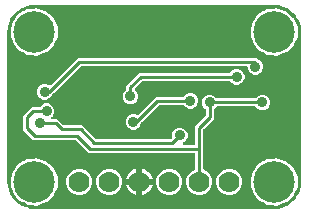
<source format=gbr>
G04 EAGLE Gerber RS-274X export*
G75*
%MOMM*%
%FSLAX34Y34*%
%LPD*%
%INBottom Copper*%
%IPPOS*%
%AMOC8*
5,1,8,0,0,1.08239X$1,22.5*%
G01*
%ADD10C,1.778000*%
%ADD11C,3.516000*%
%ADD12C,0.906400*%
%ADD13C,0.254000*%

G36*
X228622Y2543D02*
X228622Y2543D01*
X228700Y2545D01*
X232077Y2810D01*
X232145Y2824D01*
X232214Y2829D01*
X232370Y2869D01*
X238794Y4956D01*
X238901Y5006D01*
X239012Y5050D01*
X239063Y5083D01*
X239082Y5091D01*
X239097Y5104D01*
X239148Y5136D01*
X244612Y9107D01*
X244699Y9188D01*
X244746Y9227D01*
X244752Y9231D01*
X244753Y9233D01*
X244791Y9264D01*
X244829Y9310D01*
X244844Y9324D01*
X244855Y9341D01*
X244893Y9387D01*
X246586Y11717D01*
X246599Y11741D01*
X246616Y11761D01*
X246675Y11879D01*
X246739Y11996D01*
X246746Y12022D01*
X246758Y12046D01*
X246785Y12174D01*
X246799Y12185D01*
X246823Y12196D01*
X246925Y12281D01*
X247031Y12361D01*
X247048Y12382D01*
X247068Y12398D01*
X247171Y12522D01*
X248864Y14852D01*
X248921Y14956D01*
X248985Y15056D01*
X249007Y15113D01*
X249017Y15131D01*
X249022Y15151D01*
X249044Y15206D01*
X251131Y21630D01*
X251144Y21698D01*
X251167Y21764D01*
X251190Y21923D01*
X251455Y25300D01*
X251455Y25304D01*
X251456Y25307D01*
X251455Y25326D01*
X251459Y25400D01*
X251459Y152400D01*
X251457Y152422D01*
X251455Y152500D01*
X251190Y155877D01*
X251176Y155945D01*
X251171Y156014D01*
X251131Y156170D01*
X249044Y162594D01*
X248993Y162701D01*
X248950Y162812D01*
X248917Y162863D01*
X248909Y162882D01*
X248896Y162897D01*
X248864Y162948D01*
X247171Y165278D01*
X247153Y165297D01*
X247139Y165320D01*
X247044Y165413D01*
X246953Y165509D01*
X246931Y165524D01*
X246912Y165542D01*
X246798Y165608D01*
X246792Y165624D01*
X246789Y165651D01*
X246740Y165775D01*
X246697Y165900D01*
X246682Y165922D01*
X246672Y165947D01*
X246586Y166083D01*
X244893Y168413D01*
X244812Y168499D01*
X244736Y168591D01*
X244690Y168629D01*
X244676Y168644D01*
X244658Y168655D01*
X244612Y168693D01*
X239148Y172664D01*
X239044Y172721D01*
X238944Y172785D01*
X238887Y172807D01*
X238869Y172817D01*
X238849Y172822D01*
X238794Y172844D01*
X232370Y174931D01*
X232302Y174944D01*
X232236Y174967D01*
X232077Y174990D01*
X228700Y175255D01*
X228678Y175254D01*
X228600Y175259D01*
X25400Y175259D01*
X25378Y175257D01*
X25300Y175255D01*
X21923Y174990D01*
X21855Y174976D01*
X21786Y174971D01*
X21630Y174931D01*
X18892Y174041D01*
X18867Y174030D01*
X18841Y174024D01*
X18724Y173963D01*
X18604Y173906D01*
X18583Y173889D01*
X18560Y173877D01*
X18462Y173789D01*
X18445Y173788D01*
X18418Y173793D01*
X18286Y173785D01*
X18153Y173783D01*
X18128Y173775D01*
X18101Y173774D01*
X17945Y173734D01*
X15206Y172844D01*
X15099Y172794D01*
X14988Y172750D01*
X14937Y172717D01*
X14918Y172709D01*
X14903Y172696D01*
X14852Y172664D01*
X9388Y168693D01*
X9301Y168612D01*
X9209Y168536D01*
X9171Y168490D01*
X9156Y168476D01*
X9145Y168458D01*
X9107Y168412D01*
X5136Y162948D01*
X5079Y162844D01*
X5015Y162744D01*
X4993Y162687D01*
X4983Y162669D01*
X4978Y162649D01*
X4956Y162594D01*
X2869Y156170D01*
X2856Y156102D01*
X2833Y156036D01*
X2810Y155877D01*
X2545Y152500D01*
X2546Y152478D01*
X2541Y152400D01*
X2541Y25400D01*
X2543Y25378D01*
X2545Y25300D01*
X2810Y21923D01*
X2824Y21855D01*
X2829Y21786D01*
X2869Y21630D01*
X4956Y15206D01*
X5006Y15099D01*
X5050Y14988D01*
X5083Y14937D01*
X5091Y14918D01*
X5104Y14903D01*
X5136Y14852D01*
X9107Y9388D01*
X9127Y9366D01*
X9138Y9348D01*
X9184Y9305D01*
X9188Y9301D01*
X9264Y9209D01*
X9310Y9171D01*
X9324Y9156D01*
X9342Y9145D01*
X9388Y9107D01*
X14852Y5136D01*
X14956Y5079D01*
X15056Y5015D01*
X15113Y4993D01*
X15131Y4983D01*
X15151Y4978D01*
X15206Y4956D01*
X17945Y4066D01*
X17971Y4061D01*
X17996Y4051D01*
X18127Y4031D01*
X18257Y4006D01*
X18284Y4008D01*
X18310Y4004D01*
X18441Y4018D01*
X18455Y4008D01*
X18474Y3989D01*
X18585Y3917D01*
X18694Y3842D01*
X18719Y3832D01*
X18742Y3818D01*
X18892Y3759D01*
X21630Y2869D01*
X21698Y2856D01*
X21764Y2833D01*
X21923Y2810D01*
X25300Y2545D01*
X25322Y2546D01*
X25400Y2541D01*
X228600Y2541D01*
X228622Y2543D01*
G37*
%LPC*%
G36*
X162927Y14477D02*
X162927Y14477D01*
X158913Y16140D01*
X155840Y19213D01*
X154177Y23227D01*
X154177Y27573D01*
X155840Y31587D01*
X158913Y34660D01*
X161014Y35530D01*
X161039Y35545D01*
X161067Y35554D01*
X161177Y35623D01*
X161290Y35688D01*
X161311Y35708D01*
X161336Y35724D01*
X161425Y35819D01*
X161518Y35909D01*
X161534Y35934D01*
X161554Y35956D01*
X161617Y36069D01*
X161685Y36180D01*
X161693Y36208D01*
X161708Y36234D01*
X161740Y36360D01*
X161778Y36484D01*
X161780Y36513D01*
X161787Y36542D01*
X161797Y36703D01*
X161797Y48768D01*
X161782Y48886D01*
X161775Y49005D01*
X161762Y49043D01*
X161757Y49084D01*
X161714Y49194D01*
X161677Y49307D01*
X161655Y49342D01*
X161640Y49379D01*
X161571Y49475D01*
X161507Y49576D01*
X161477Y49604D01*
X161454Y49637D01*
X161362Y49713D01*
X161275Y49794D01*
X161240Y49814D01*
X161209Y49839D01*
X161101Y49890D01*
X160997Y49948D01*
X160957Y49958D01*
X160921Y49975D01*
X160804Y49997D01*
X160689Y50027D01*
X160629Y50031D01*
X160609Y50035D01*
X160588Y50033D01*
X160528Y50037D01*
X71373Y50037D01*
X60823Y60588D01*
X60744Y60648D01*
X60672Y60716D01*
X60619Y60745D01*
X60571Y60782D01*
X60480Y60822D01*
X60394Y60870D01*
X60335Y60885D01*
X60280Y60909D01*
X60182Y60924D01*
X60086Y60949D01*
X59986Y60955D01*
X59965Y60959D01*
X59953Y60957D01*
X59925Y60959D01*
X24540Y60959D01*
X15747Y69752D01*
X15747Y81378D01*
X22988Y88619D01*
X29279Y88619D01*
X29377Y88631D01*
X29476Y88634D01*
X29535Y88651D01*
X29595Y88659D01*
X29687Y88695D01*
X29782Y88723D01*
X29834Y88753D01*
X29890Y88776D01*
X29970Y88834D01*
X30056Y88884D01*
X30131Y88951D01*
X30148Y88963D01*
X30155Y88972D01*
X30177Y88991D01*
X32067Y90881D01*
X34480Y91881D01*
X37092Y91881D01*
X39505Y90881D01*
X41351Y89035D01*
X42351Y86622D01*
X42351Y84010D01*
X41351Y81597D01*
X40153Y80399D01*
X40068Y80290D01*
X39980Y80183D01*
X39971Y80164D01*
X39958Y80148D01*
X39903Y80021D01*
X39844Y79895D01*
X39840Y79875D01*
X39832Y79856D01*
X39810Y79718D01*
X39784Y79582D01*
X39785Y79562D01*
X39782Y79542D01*
X39795Y79403D01*
X39804Y79265D01*
X39810Y79246D01*
X39812Y79226D01*
X39859Y79094D01*
X39902Y78963D01*
X39913Y78945D01*
X39920Y78926D01*
X39998Y78811D01*
X40072Y78694D01*
X40087Y78680D01*
X40098Y78663D01*
X40203Y78571D01*
X40304Y78476D01*
X40321Y78466D01*
X40337Y78453D01*
X40461Y78389D01*
X40582Y78322D01*
X40602Y78317D01*
X40620Y78308D01*
X40756Y78278D01*
X40890Y78243D01*
X40918Y78241D01*
X40930Y78238D01*
X40951Y78239D01*
X41051Y78233D01*
X44780Y78233D01*
X49488Y73524D01*
X49566Y73464D01*
X49638Y73396D01*
X49691Y73367D01*
X49739Y73330D01*
X49830Y73290D01*
X49917Y73242D01*
X49975Y73227D01*
X50031Y73203D01*
X50129Y73188D01*
X50225Y73163D01*
X50325Y73157D01*
X50345Y73153D01*
X50357Y73155D01*
X50385Y73153D01*
X66138Y73153D01*
X68444Y70847D01*
X68444Y70846D01*
X77196Y62094D01*
X77275Y62034D01*
X77347Y61966D01*
X77400Y61937D01*
X77448Y61900D01*
X77539Y61860D01*
X77625Y61812D01*
X77684Y61797D01*
X77739Y61773D01*
X77837Y61758D01*
X77933Y61733D01*
X78033Y61727D01*
X78053Y61723D01*
X78066Y61725D01*
X78094Y61723D01*
X140346Y61723D01*
X140444Y61735D01*
X140543Y61738D01*
X140602Y61755D01*
X140662Y61763D01*
X140754Y61799D01*
X140849Y61827D01*
X140901Y61857D01*
X140957Y61880D01*
X141037Y61938D01*
X141123Y61988D01*
X141198Y62054D01*
X141215Y62066D01*
X141223Y62076D01*
X141244Y62094D01*
X141654Y62504D01*
X141714Y62583D01*
X141782Y62655D01*
X141811Y62708D01*
X141848Y62756D01*
X141888Y62847D01*
X141936Y62933D01*
X141951Y62992D01*
X141975Y63047D01*
X141990Y63145D01*
X142015Y63241D01*
X142021Y63341D01*
X142025Y63362D01*
X142023Y63374D01*
X142025Y63402D01*
X142025Y66076D01*
X143025Y68489D01*
X144871Y70335D01*
X147284Y71335D01*
X149896Y71335D01*
X152309Y70335D01*
X154155Y68489D01*
X155155Y66076D01*
X155155Y63464D01*
X154155Y61051D01*
X152309Y59205D01*
X152019Y59085D01*
X151958Y59050D01*
X151893Y59024D01*
X151821Y58972D01*
X151742Y58927D01*
X151692Y58879D01*
X151636Y58838D01*
X151579Y58768D01*
X151514Y58706D01*
X151478Y58646D01*
X151433Y58593D01*
X151395Y58511D01*
X151348Y58435D01*
X151327Y58368D01*
X151298Y58305D01*
X151281Y58217D01*
X151254Y58131D01*
X151251Y58061D01*
X151238Y57992D01*
X151243Y57903D01*
X151239Y57813D01*
X151253Y57745D01*
X151258Y57675D01*
X151285Y57590D01*
X151303Y57502D01*
X151334Y57439D01*
X151356Y57373D01*
X151404Y57297D01*
X151443Y57216D01*
X151488Y57163D01*
X151526Y57104D01*
X151591Y57042D01*
X151649Y56974D01*
X151706Y56934D01*
X151757Y56886D01*
X151836Y56843D01*
X151909Y56791D01*
X151975Y56766D01*
X152036Y56732D01*
X152123Y56710D01*
X152207Y56678D01*
X152276Y56670D01*
X152344Y56653D01*
X152504Y56643D01*
X160528Y56643D01*
X160646Y56658D01*
X160765Y56665D01*
X160803Y56678D01*
X160844Y56683D01*
X160954Y56726D01*
X161067Y56763D01*
X161102Y56785D01*
X161139Y56800D01*
X161235Y56869D01*
X161336Y56933D01*
X161364Y56963D01*
X161397Y56986D01*
X161473Y57078D01*
X161554Y57165D01*
X161574Y57200D01*
X161599Y57231D01*
X161650Y57339D01*
X161708Y57443D01*
X161718Y57483D01*
X161735Y57519D01*
X161757Y57636D01*
X161787Y57751D01*
X161791Y57811D01*
X161795Y57831D01*
X161793Y57852D01*
X161797Y57912D01*
X161797Y72678D01*
X170126Y81006D01*
X170186Y81085D01*
X170254Y81157D01*
X170283Y81210D01*
X170320Y81258D01*
X170360Y81349D01*
X170408Y81435D01*
X170423Y81494D01*
X170447Y81549D01*
X170462Y81647D01*
X170487Y81743D01*
X170493Y81843D01*
X170497Y81864D01*
X170495Y81876D01*
X170497Y81904D01*
X170497Y86203D01*
X170485Y86301D01*
X170482Y86400D01*
X170465Y86458D01*
X170457Y86519D01*
X170421Y86611D01*
X170393Y86706D01*
X170363Y86758D01*
X170340Y86814D01*
X170282Y86894D01*
X170232Y86980D01*
X170166Y87055D01*
X170154Y87072D01*
X170144Y87079D01*
X170126Y87101D01*
X168235Y88991D01*
X167235Y91404D01*
X167235Y94016D01*
X168235Y96429D01*
X170081Y98275D01*
X172494Y99275D01*
X175106Y99275D01*
X177519Y98275D01*
X179409Y96384D01*
X179488Y96324D01*
X179560Y96256D01*
X179613Y96227D01*
X179661Y96190D01*
X179752Y96150D01*
X179838Y96102D01*
X179897Y96087D01*
X179953Y96063D01*
X180051Y96048D01*
X180146Y96023D01*
X180246Y96017D01*
X180267Y96013D01*
X180279Y96015D01*
X180307Y96013D01*
X211933Y96013D01*
X212031Y96025D01*
X212130Y96028D01*
X212188Y96045D01*
X212249Y96053D01*
X212341Y96089D01*
X212436Y96117D01*
X212488Y96147D01*
X212544Y96170D01*
X212624Y96228D01*
X212710Y96278D01*
X212785Y96344D01*
X212802Y96356D01*
X212809Y96366D01*
X212831Y96384D01*
X214721Y98275D01*
X217134Y99275D01*
X219746Y99275D01*
X222159Y98275D01*
X224005Y96429D01*
X225005Y94016D01*
X225005Y91404D01*
X224005Y88991D01*
X222159Y87145D01*
X219746Y86145D01*
X217134Y86145D01*
X214721Y87145D01*
X212831Y89036D01*
X212752Y89096D01*
X212680Y89164D01*
X212627Y89193D01*
X212579Y89230D01*
X212488Y89270D01*
X212402Y89318D01*
X212343Y89333D01*
X212287Y89357D01*
X212189Y89372D01*
X212094Y89397D01*
X211994Y89403D01*
X211973Y89407D01*
X211961Y89405D01*
X211933Y89407D01*
X180307Y89407D01*
X180209Y89395D01*
X180110Y89392D01*
X180052Y89375D01*
X179991Y89367D01*
X179899Y89331D01*
X179804Y89303D01*
X179752Y89273D01*
X179696Y89250D01*
X179616Y89192D01*
X179530Y89142D01*
X179455Y89076D01*
X179438Y89064D01*
X179431Y89054D01*
X179409Y89036D01*
X177474Y87101D01*
X177414Y87022D01*
X177346Y86950D01*
X177317Y86897D01*
X177280Y86849D01*
X177240Y86758D01*
X177192Y86672D01*
X177177Y86613D01*
X177153Y86557D01*
X177138Y86459D01*
X177113Y86364D01*
X177107Y86264D01*
X177103Y86243D01*
X177105Y86231D01*
X177103Y86203D01*
X177103Y78642D01*
X168774Y70314D01*
X168714Y70235D01*
X168646Y70163D01*
X168617Y70110D01*
X168580Y70062D01*
X168540Y69971D01*
X168492Y69885D01*
X168477Y69826D01*
X168453Y69771D01*
X168438Y69673D01*
X168413Y69577D01*
X168407Y69477D01*
X168403Y69456D01*
X168405Y69444D01*
X168403Y69416D01*
X168403Y36703D01*
X168406Y36673D01*
X168404Y36644D01*
X168426Y36516D01*
X168443Y36387D01*
X168453Y36360D01*
X168458Y36331D01*
X168512Y36212D01*
X168560Y36091D01*
X168577Y36068D01*
X168589Y36041D01*
X168670Y35939D01*
X168746Y35834D01*
X168769Y35815D01*
X168788Y35792D01*
X168891Y35714D01*
X168991Y35631D01*
X169018Y35619D01*
X169042Y35601D01*
X169186Y35530D01*
X171287Y34660D01*
X174360Y31587D01*
X176023Y27573D01*
X176023Y23227D01*
X174360Y19213D01*
X171287Y16140D01*
X167273Y14477D01*
X162927Y14477D01*
G37*
%LPD*%
%LPC*%
G36*
X32984Y95035D02*
X32984Y95035D01*
X30571Y96035D01*
X28725Y97881D01*
X27725Y100294D01*
X27725Y102906D01*
X28725Y105319D01*
X30571Y107165D01*
X32984Y108165D01*
X35596Y108165D01*
X37922Y107201D01*
X37951Y107193D01*
X37977Y107180D01*
X38104Y107151D01*
X38229Y107117D01*
X38258Y107117D01*
X38287Y107110D01*
X38417Y107114D01*
X38547Y107112D01*
X38576Y107119D01*
X38605Y107120D01*
X38730Y107156D01*
X38856Y107186D01*
X38882Y107200D01*
X38911Y107208D01*
X39023Y107274D01*
X39137Y107335D01*
X39159Y107355D01*
X39185Y107370D01*
X39305Y107476D01*
X59826Y127996D01*
X62132Y130303D01*
X213848Y130303D01*
X215315Y128836D01*
X215322Y128830D01*
X215328Y128823D01*
X215447Y128734D01*
X215566Y128641D01*
X215575Y128637D01*
X215582Y128632D01*
X215727Y128561D01*
X216199Y128365D01*
X218045Y126519D01*
X219045Y124106D01*
X219045Y121494D01*
X218045Y119081D01*
X216199Y117235D01*
X213786Y116235D01*
X211174Y116235D01*
X208761Y117235D01*
X206915Y119081D01*
X205915Y121494D01*
X205915Y122428D01*
X205900Y122546D01*
X205893Y122665D01*
X205880Y122703D01*
X205875Y122744D01*
X205832Y122854D01*
X205795Y122967D01*
X205773Y123002D01*
X205758Y123039D01*
X205689Y123135D01*
X205625Y123236D01*
X205595Y123264D01*
X205572Y123297D01*
X205480Y123373D01*
X205393Y123454D01*
X205358Y123474D01*
X205327Y123499D01*
X205219Y123550D01*
X205115Y123608D01*
X205075Y123618D01*
X205039Y123635D01*
X204922Y123657D01*
X204807Y123687D01*
X204747Y123691D01*
X204727Y123695D01*
X204706Y123693D01*
X204646Y123697D01*
X65394Y123697D01*
X65296Y123685D01*
X65197Y123682D01*
X65138Y123665D01*
X65078Y123657D01*
X64986Y123621D01*
X64891Y123593D01*
X64839Y123563D01*
X64783Y123540D01*
X64703Y123482D01*
X64617Y123432D01*
X64542Y123366D01*
X64525Y123354D01*
X64517Y123344D01*
X64496Y123326D01*
X41774Y100604D01*
X40602Y99431D01*
X40596Y99424D01*
X40589Y99418D01*
X40498Y99297D01*
X40407Y99180D01*
X40403Y99171D01*
X40398Y99164D01*
X40327Y99019D01*
X39855Y97881D01*
X38009Y96035D01*
X35596Y95035D01*
X32984Y95035D01*
G37*
%LPD*%
%LPC*%
G36*
X226876Y5780D02*
X226876Y5780D01*
X226858Y5780D01*
X226743Y5787D01*
X224699Y5787D01*
X224151Y6014D01*
X224052Y6041D01*
X223957Y6077D01*
X223865Y6092D01*
X223844Y6098D01*
X223831Y6098D01*
X223798Y6104D01*
X222379Y6253D01*
X219415Y7964D01*
X219413Y7965D01*
X219410Y7967D01*
X219266Y8038D01*
X217490Y8773D01*
X216893Y9370D01*
X216826Y9422D01*
X216765Y9483D01*
X216651Y9558D01*
X216642Y9565D01*
X216638Y9567D01*
X216631Y9572D01*
X215129Y10439D01*
X213339Y12903D01*
X213326Y12917D01*
X213316Y12933D01*
X213209Y13054D01*
X211973Y14290D01*
X211557Y15296D01*
X211522Y15356D01*
X211497Y15420D01*
X211411Y15556D01*
X210208Y17211D01*
X209647Y19849D01*
X209636Y19883D01*
X209631Y19919D01*
X209579Y20071D01*
X208987Y21499D01*
X208987Y22822D01*
X208981Y22874D01*
X208983Y22926D01*
X208960Y23086D01*
X208468Y25400D01*
X208960Y27714D01*
X208964Y27767D01*
X208977Y27817D01*
X208987Y27978D01*
X208987Y29301D01*
X209579Y30729D01*
X209588Y30763D01*
X209604Y30795D01*
X209647Y30951D01*
X210208Y33589D01*
X211411Y35244D01*
X211444Y35305D01*
X211486Y35360D01*
X211557Y35504D01*
X211973Y36510D01*
X213209Y37746D01*
X213221Y37761D01*
X213236Y37773D01*
X213339Y37897D01*
X215129Y40361D01*
X216631Y41228D01*
X216699Y41280D01*
X216773Y41324D01*
X216875Y41414D01*
X216884Y41421D01*
X216887Y41424D01*
X216893Y41430D01*
X217490Y42027D01*
X219266Y42762D01*
X219268Y42764D01*
X219271Y42764D01*
X219415Y42836D01*
X222379Y44547D01*
X223798Y44696D01*
X223898Y44720D01*
X223999Y44734D01*
X224087Y44764D01*
X224108Y44769D01*
X224120Y44775D01*
X224151Y44786D01*
X224699Y45013D01*
X226743Y45013D01*
X226760Y45015D01*
X226876Y45020D01*
X230704Y45422D01*
X231773Y45075D01*
X231890Y45053D01*
X232005Y45023D01*
X232065Y45019D01*
X232085Y45015D01*
X232106Y45017D01*
X232165Y45013D01*
X232501Y45013D01*
X234409Y44223D01*
X234430Y44217D01*
X234503Y44188D01*
X238666Y42835D01*
X239278Y42285D01*
X239389Y42207D01*
X239497Y42126D01*
X239527Y42111D01*
X239539Y42103D01*
X239559Y42096D01*
X239641Y42055D01*
X239710Y42027D01*
X241005Y40732D01*
X241019Y40721D01*
X241053Y40686D01*
X244887Y37234D01*
X245100Y36756D01*
X245179Y36626D01*
X245450Y35971D01*
X245455Y35963D01*
X245463Y35941D01*
X248292Y29586D01*
X248292Y21214D01*
X245463Y14859D01*
X245460Y14849D01*
X245450Y14829D01*
X245194Y14211D01*
X245175Y14187D01*
X245170Y14178D01*
X245168Y14175D01*
X245163Y14165D01*
X245100Y14044D01*
X244985Y13785D01*
X244977Y13759D01*
X244964Y13736D01*
X244931Y13607D01*
X244914Y13552D01*
X244880Y13536D01*
X244860Y13519D01*
X244836Y13507D01*
X244710Y13407D01*
X241053Y10114D01*
X241041Y10100D01*
X241005Y10068D01*
X239710Y8773D01*
X239641Y8745D01*
X239524Y8678D01*
X239404Y8615D01*
X239377Y8594D01*
X239365Y8587D01*
X239350Y8572D01*
X239278Y8515D01*
X238666Y7965D01*
X234502Y6612D01*
X234483Y6603D01*
X234409Y6577D01*
X232501Y5787D01*
X232165Y5787D01*
X232047Y5772D01*
X231929Y5765D01*
X231870Y5750D01*
X231850Y5747D01*
X231831Y5740D01*
X231773Y5725D01*
X230704Y5378D01*
X226876Y5780D01*
G37*
%LPD*%
%LPC*%
G36*
X226876Y132780D02*
X226876Y132780D01*
X226858Y132780D01*
X226743Y132787D01*
X224699Y132787D01*
X224151Y133014D01*
X224052Y133041D01*
X223957Y133077D01*
X223865Y133092D01*
X223844Y133098D01*
X223831Y133098D01*
X223798Y133104D01*
X222379Y133253D01*
X219415Y134964D01*
X219413Y134965D01*
X219410Y134967D01*
X219266Y135038D01*
X217490Y135773D01*
X216893Y136370D01*
X216826Y136422D01*
X216765Y136483D01*
X216651Y136558D01*
X216642Y136565D01*
X216638Y136567D01*
X216631Y136572D01*
X215129Y137439D01*
X213339Y139903D01*
X213326Y139917D01*
X213316Y139933D01*
X213209Y140054D01*
X211973Y141290D01*
X211557Y142296D01*
X211522Y142356D01*
X211497Y142420D01*
X211411Y142556D01*
X210208Y144211D01*
X209647Y146849D01*
X209636Y146883D01*
X209631Y146919D01*
X209579Y147071D01*
X208987Y148499D01*
X208987Y149822D01*
X208981Y149874D01*
X208983Y149926D01*
X208960Y150086D01*
X208468Y152400D01*
X208960Y154714D01*
X208964Y154767D01*
X208977Y154817D01*
X208987Y154978D01*
X208987Y156301D01*
X209579Y157729D01*
X209588Y157763D01*
X209604Y157795D01*
X209647Y157951D01*
X210208Y160589D01*
X211411Y162244D01*
X211444Y162305D01*
X211486Y162360D01*
X211557Y162504D01*
X211973Y163510D01*
X213209Y164746D01*
X213221Y164761D01*
X213236Y164773D01*
X213339Y164897D01*
X215129Y167361D01*
X216631Y168228D01*
X216699Y168280D01*
X216773Y168324D01*
X216875Y168414D01*
X216884Y168421D01*
X216887Y168424D01*
X216893Y168430D01*
X217490Y169027D01*
X219266Y169762D01*
X219268Y169764D01*
X219271Y169764D01*
X219415Y169836D01*
X222379Y171547D01*
X223798Y171696D01*
X223898Y171720D01*
X223999Y171734D01*
X224087Y171764D01*
X224108Y171769D01*
X224120Y171775D01*
X224151Y171786D01*
X224699Y172013D01*
X226743Y172013D01*
X226760Y172015D01*
X226876Y172020D01*
X230704Y172422D01*
X231773Y172075D01*
X231890Y172053D01*
X232005Y172023D01*
X232065Y172019D01*
X232085Y172015D01*
X232106Y172017D01*
X232165Y172013D01*
X232501Y172013D01*
X234409Y171223D01*
X234430Y171217D01*
X234503Y171188D01*
X238666Y169835D01*
X239278Y169285D01*
X239389Y169207D01*
X239497Y169126D01*
X239527Y169111D01*
X239539Y169103D01*
X239559Y169096D01*
X239641Y169055D01*
X239710Y169027D01*
X241005Y167732D01*
X241019Y167721D01*
X241053Y167686D01*
X244710Y164393D01*
X244732Y164378D01*
X244750Y164359D01*
X244862Y164287D01*
X244910Y164254D01*
X244914Y164217D01*
X244924Y164192D01*
X244929Y164166D01*
X244985Y164015D01*
X245100Y163756D01*
X245179Y163626D01*
X245450Y162971D01*
X245455Y162963D01*
X245463Y162941D01*
X248292Y156586D01*
X248292Y148214D01*
X245463Y141859D01*
X245460Y141849D01*
X245450Y141829D01*
X245194Y141211D01*
X245175Y141187D01*
X245170Y141179D01*
X245168Y141175D01*
X245163Y141164D01*
X245100Y141044D01*
X244887Y140566D01*
X241053Y137114D01*
X241041Y137100D01*
X241005Y137068D01*
X239710Y135773D01*
X239641Y135745D01*
X239524Y135678D01*
X239404Y135615D01*
X239377Y135594D01*
X239365Y135587D01*
X239350Y135572D01*
X239278Y135515D01*
X238666Y134965D01*
X234502Y133612D01*
X234483Y133603D01*
X234409Y133577D01*
X232501Y132787D01*
X232165Y132787D01*
X232047Y132772D01*
X231929Y132765D01*
X231870Y132750D01*
X231850Y132747D01*
X231831Y132740D01*
X231773Y132725D01*
X230704Y132378D01*
X226876Y132780D01*
G37*
%LPD*%
%LPC*%
G36*
X23676Y5780D02*
X23676Y5780D01*
X23658Y5780D01*
X23543Y5787D01*
X21499Y5787D01*
X20951Y6014D01*
X20852Y6041D01*
X20757Y6077D01*
X20665Y6092D01*
X20644Y6098D01*
X20631Y6098D01*
X20598Y6104D01*
X19416Y6228D01*
X19390Y6227D01*
X19364Y6232D01*
X19231Y6224D01*
X19173Y6223D01*
X19147Y6250D01*
X19125Y6265D01*
X19106Y6283D01*
X18972Y6372D01*
X16215Y7964D01*
X16213Y7965D01*
X16210Y7967D01*
X16066Y8038D01*
X14290Y8773D01*
X13693Y9370D01*
X13626Y9422D01*
X13565Y9483D01*
X13451Y9558D01*
X13442Y9565D01*
X13438Y9567D01*
X13431Y9572D01*
X11929Y10439D01*
X10139Y12903D01*
X10126Y12917D01*
X10116Y12933D01*
X10009Y13054D01*
X8773Y14290D01*
X8357Y15296D01*
X8322Y15356D01*
X8297Y15420D01*
X8211Y15556D01*
X7008Y17211D01*
X6447Y19849D01*
X6436Y19883D01*
X6431Y19919D01*
X6379Y20071D01*
X5787Y21499D01*
X5787Y22822D01*
X5781Y22874D01*
X5783Y22926D01*
X5760Y23086D01*
X5268Y25400D01*
X5760Y27714D01*
X5764Y27767D01*
X5777Y27817D01*
X5787Y27978D01*
X5787Y29301D01*
X6379Y30729D01*
X6388Y30763D01*
X6404Y30795D01*
X6447Y30951D01*
X7008Y33589D01*
X8211Y35244D01*
X8244Y35305D01*
X8286Y35360D01*
X8357Y35504D01*
X8773Y36510D01*
X10009Y37746D01*
X10021Y37761D01*
X10036Y37773D01*
X10139Y37897D01*
X11929Y40361D01*
X13431Y41228D01*
X13499Y41280D01*
X13573Y41324D01*
X13675Y41414D01*
X13684Y41421D01*
X13687Y41424D01*
X13693Y41430D01*
X14290Y42027D01*
X16066Y42762D01*
X16068Y42764D01*
X16071Y42764D01*
X16215Y42836D01*
X19179Y44547D01*
X20598Y44696D01*
X20698Y44720D01*
X20799Y44734D01*
X20887Y44764D01*
X20908Y44769D01*
X20920Y44775D01*
X20951Y44786D01*
X21499Y45013D01*
X23543Y45013D01*
X23560Y45015D01*
X23676Y45020D01*
X27504Y45422D01*
X28573Y45075D01*
X28690Y45053D01*
X28805Y45023D01*
X28865Y45019D01*
X28885Y45015D01*
X28906Y45017D01*
X28965Y45013D01*
X29301Y45013D01*
X31209Y44223D01*
X31230Y44217D01*
X31303Y44188D01*
X35466Y42835D01*
X36078Y42285D01*
X36189Y42207D01*
X36297Y42126D01*
X36327Y42111D01*
X36339Y42103D01*
X36359Y42096D01*
X36441Y42055D01*
X36510Y42027D01*
X37805Y40732D01*
X37819Y40721D01*
X37853Y40686D01*
X41687Y37234D01*
X41900Y36756D01*
X41979Y36626D01*
X42250Y35971D01*
X42255Y35963D01*
X42263Y35941D01*
X45092Y29586D01*
X45092Y21214D01*
X42263Y14859D01*
X42260Y14849D01*
X42250Y14829D01*
X41994Y14211D01*
X41975Y14187D01*
X41970Y14179D01*
X41968Y14175D01*
X41963Y14164D01*
X41900Y14044D01*
X41687Y13566D01*
X37853Y10114D01*
X37841Y10100D01*
X37805Y10068D01*
X36510Y8773D01*
X36441Y8745D01*
X36324Y8678D01*
X36204Y8615D01*
X36177Y8594D01*
X36165Y8587D01*
X36150Y8572D01*
X36078Y8515D01*
X35466Y7965D01*
X31302Y6612D01*
X31283Y6603D01*
X31209Y6577D01*
X29301Y5787D01*
X28965Y5787D01*
X28847Y5772D01*
X28729Y5765D01*
X28670Y5750D01*
X28650Y5747D01*
X28631Y5740D01*
X28573Y5725D01*
X27504Y5378D01*
X23676Y5780D01*
G37*
%LPD*%
%LPC*%
G36*
X23676Y132780D02*
X23676Y132780D01*
X23658Y132780D01*
X23543Y132787D01*
X21499Y132787D01*
X20951Y133014D01*
X20852Y133041D01*
X20757Y133077D01*
X20665Y133092D01*
X20644Y133098D01*
X20631Y133098D01*
X20598Y133104D01*
X19179Y133253D01*
X16215Y134964D01*
X16213Y134965D01*
X16210Y134967D01*
X16066Y135038D01*
X14290Y135773D01*
X13693Y136370D01*
X13626Y136422D01*
X13565Y136483D01*
X13451Y136558D01*
X13442Y136565D01*
X13438Y136567D01*
X13431Y136572D01*
X11929Y137439D01*
X10139Y139903D01*
X10126Y139917D01*
X10116Y139933D01*
X10009Y140054D01*
X8773Y141290D01*
X8357Y142296D01*
X8322Y142356D01*
X8297Y142420D01*
X8211Y142556D01*
X7008Y144211D01*
X6447Y146849D01*
X6436Y146883D01*
X6431Y146919D01*
X6379Y147071D01*
X5787Y148499D01*
X5787Y149822D01*
X5781Y149874D01*
X5783Y149926D01*
X5760Y150086D01*
X5268Y152400D01*
X5760Y154714D01*
X5764Y154767D01*
X5777Y154817D01*
X5787Y154978D01*
X5787Y156301D01*
X6379Y157729D01*
X6388Y157763D01*
X6404Y157795D01*
X6447Y157951D01*
X7008Y160589D01*
X8211Y162244D01*
X8244Y162305D01*
X8286Y162360D01*
X8357Y162504D01*
X8773Y163510D01*
X10009Y164746D01*
X10021Y164761D01*
X10036Y164773D01*
X10139Y164897D01*
X11929Y167361D01*
X13431Y168228D01*
X13499Y168280D01*
X13573Y168324D01*
X13675Y168414D01*
X13684Y168421D01*
X13687Y168424D01*
X13693Y168430D01*
X14290Y169027D01*
X16066Y169762D01*
X16068Y169764D01*
X16071Y169764D01*
X16215Y169836D01*
X18972Y171428D01*
X18993Y171444D01*
X19017Y171455D01*
X19119Y171540D01*
X19166Y171575D01*
X19203Y171568D01*
X19229Y171569D01*
X19256Y171565D01*
X19416Y171572D01*
X20598Y171696D01*
X20698Y171720D01*
X20799Y171734D01*
X20887Y171764D01*
X20908Y171769D01*
X20920Y171775D01*
X20951Y171786D01*
X21499Y172013D01*
X23543Y172013D01*
X23560Y172015D01*
X23676Y172020D01*
X27504Y172422D01*
X28573Y172075D01*
X28690Y172053D01*
X28805Y172023D01*
X28865Y172019D01*
X28885Y172015D01*
X28906Y172017D01*
X28965Y172013D01*
X29301Y172013D01*
X31209Y171222D01*
X31230Y171217D01*
X31303Y171188D01*
X35466Y169835D01*
X36078Y169285D01*
X36189Y169207D01*
X36297Y169126D01*
X36327Y169111D01*
X36339Y169103D01*
X36359Y169096D01*
X36441Y169055D01*
X36510Y169027D01*
X37805Y167732D01*
X37819Y167721D01*
X37853Y167686D01*
X41687Y164234D01*
X41900Y163756D01*
X41979Y163626D01*
X42250Y162971D01*
X42255Y162962D01*
X42263Y162941D01*
X45092Y156586D01*
X45092Y148214D01*
X42263Y141859D01*
X42260Y141849D01*
X42250Y141829D01*
X41994Y141211D01*
X41975Y141187D01*
X41970Y141179D01*
X41968Y141175D01*
X41963Y141164D01*
X41900Y141044D01*
X41687Y140566D01*
X37853Y137114D01*
X37841Y137100D01*
X37805Y137068D01*
X36510Y135773D01*
X36441Y135745D01*
X36324Y135678D01*
X36204Y135615D01*
X36177Y135594D01*
X36165Y135587D01*
X36150Y135572D01*
X36078Y135515D01*
X35466Y134965D01*
X31302Y133612D01*
X31283Y133603D01*
X31209Y133577D01*
X29301Y132787D01*
X28965Y132787D01*
X28847Y132772D01*
X28729Y132765D01*
X28670Y132750D01*
X28650Y132747D01*
X28631Y132740D01*
X28573Y132725D01*
X27504Y132378D01*
X23676Y132780D01*
G37*
%LPD*%
%LPC*%
G36*
X105374Y91225D02*
X105374Y91225D01*
X102961Y92225D01*
X101115Y94071D01*
X100115Y96484D01*
X100115Y99096D01*
X101115Y101509D01*
X103006Y103399D01*
X103066Y103478D01*
X103134Y103550D01*
X103163Y103603D01*
X103200Y103651D01*
X103240Y103742D01*
X103288Y103828D01*
X103303Y103887D01*
X103327Y103943D01*
X103342Y104041D01*
X103367Y104136D01*
X103373Y104236D01*
X103377Y104257D01*
X103375Y104269D01*
X103377Y104297D01*
X103377Y106778D01*
X114202Y117603D01*
X190343Y117603D01*
X190441Y117615D01*
X190540Y117618D01*
X190598Y117635D01*
X190659Y117643D01*
X190751Y117679D01*
X190846Y117707D01*
X190898Y117737D01*
X190954Y117760D01*
X191034Y117818D01*
X191120Y117868D01*
X191195Y117934D01*
X191212Y117946D01*
X191219Y117956D01*
X191241Y117974D01*
X193131Y119865D01*
X195544Y120865D01*
X198156Y120865D01*
X200569Y119865D01*
X202415Y118019D01*
X203415Y115606D01*
X203415Y112994D01*
X202415Y110581D01*
X200569Y108735D01*
X198156Y107735D01*
X195544Y107735D01*
X193131Y108735D01*
X191241Y110626D01*
X191162Y110686D01*
X191090Y110754D01*
X191037Y110783D01*
X190989Y110820D01*
X190898Y110860D01*
X190812Y110908D01*
X190753Y110923D01*
X190697Y110947D01*
X190599Y110962D01*
X190504Y110987D01*
X190404Y110993D01*
X190383Y110997D01*
X190371Y110995D01*
X190343Y110997D01*
X117464Y110997D01*
X117366Y110985D01*
X117267Y110982D01*
X117208Y110965D01*
X117148Y110957D01*
X117056Y110921D01*
X116961Y110893D01*
X116909Y110863D01*
X116853Y110840D01*
X116773Y110782D01*
X116687Y110732D01*
X116612Y110666D01*
X116595Y110654D01*
X116587Y110644D01*
X116566Y110626D01*
X110745Y104804D01*
X110672Y104710D01*
X110593Y104621D01*
X110575Y104585D01*
X110550Y104553D01*
X110503Y104443D01*
X110448Y104338D01*
X110440Y104298D01*
X110424Y104261D01*
X110405Y104143D01*
X110379Y104027D01*
X110380Y103987D01*
X110374Y103947D01*
X110385Y103828D01*
X110388Y103709D01*
X110400Y103670D01*
X110404Y103630D01*
X110444Y103518D01*
X110477Y103404D01*
X110497Y103369D01*
X110511Y103331D01*
X110578Y103232D01*
X110638Y103130D01*
X110678Y103085D01*
X110690Y103068D01*
X110705Y103054D01*
X110745Y103009D01*
X112245Y101509D01*
X113245Y99096D01*
X113245Y96484D01*
X112245Y94071D01*
X110399Y92225D01*
X107986Y91225D01*
X105374Y91225D01*
G37*
%LPD*%
%LPC*%
G36*
X107914Y69635D02*
X107914Y69635D01*
X105501Y70635D01*
X103655Y72481D01*
X102655Y74894D01*
X102655Y77506D01*
X103655Y79919D01*
X105501Y81765D01*
X107914Y82765D01*
X110526Y82765D01*
X111954Y82173D01*
X111983Y82165D01*
X112009Y82152D01*
X112136Y82123D01*
X112261Y82089D01*
X112290Y82089D01*
X112319Y82082D01*
X112449Y82086D01*
X112579Y82084D01*
X112608Y82091D01*
X112637Y82092D01*
X112762Y82128D01*
X112888Y82158D01*
X112914Y82172D01*
X112943Y82180D01*
X113054Y82246D01*
X113169Y82307D01*
X113191Y82327D01*
X113217Y82342D01*
X113337Y82448D01*
X128172Y97283D01*
X150973Y97283D01*
X151071Y97295D01*
X151170Y97298D01*
X151228Y97315D01*
X151289Y97323D01*
X151381Y97359D01*
X151476Y97387D01*
X151528Y97417D01*
X151584Y97440D01*
X151664Y97498D01*
X151750Y97548D01*
X151825Y97614D01*
X151842Y97626D01*
X151849Y97636D01*
X151871Y97654D01*
X153761Y99545D01*
X156174Y100545D01*
X158786Y100545D01*
X161199Y99545D01*
X163045Y97699D01*
X164045Y95286D01*
X164045Y92674D01*
X163045Y90261D01*
X161199Y88415D01*
X158786Y87415D01*
X156174Y87415D01*
X153761Y88415D01*
X151871Y90306D01*
X151792Y90366D01*
X151720Y90434D01*
X151667Y90463D01*
X151619Y90500D01*
X151528Y90540D01*
X151442Y90588D01*
X151383Y90603D01*
X151327Y90627D01*
X151229Y90642D01*
X151134Y90667D01*
X151034Y90673D01*
X151013Y90677D01*
X151001Y90675D01*
X150973Y90677D01*
X131434Y90677D01*
X131336Y90665D01*
X131237Y90662D01*
X131178Y90645D01*
X131118Y90637D01*
X131026Y90601D01*
X130931Y90573D01*
X130879Y90543D01*
X130823Y90520D01*
X130743Y90462D01*
X130657Y90412D01*
X130582Y90346D01*
X130565Y90334D01*
X130557Y90324D01*
X130536Y90306D01*
X116156Y75926D01*
X116096Y75847D01*
X116028Y75775D01*
X115999Y75722D01*
X115962Y75674D01*
X115922Y75583D01*
X115874Y75497D01*
X115859Y75438D01*
X115835Y75383D01*
X115820Y75285D01*
X115795Y75189D01*
X115789Y75089D01*
X115785Y75068D01*
X115787Y75056D01*
X115785Y75028D01*
X115785Y74894D01*
X114785Y72481D01*
X112939Y70635D01*
X110526Y69635D01*
X107914Y69635D01*
G37*
%LPD*%
%LPC*%
G36*
X188327Y14477D02*
X188327Y14477D01*
X184313Y16140D01*
X181240Y19213D01*
X179577Y23227D01*
X179577Y27573D01*
X181240Y31587D01*
X184313Y34660D01*
X188327Y36323D01*
X192673Y36323D01*
X196687Y34660D01*
X199760Y31587D01*
X201423Y27573D01*
X201423Y23227D01*
X199760Y19213D01*
X196687Y16140D01*
X192673Y14477D01*
X188327Y14477D01*
G37*
%LPD*%
%LPC*%
G36*
X137527Y14477D02*
X137527Y14477D01*
X133513Y16140D01*
X130440Y19213D01*
X128777Y23227D01*
X128777Y27573D01*
X130440Y31587D01*
X133513Y34660D01*
X137527Y36323D01*
X141873Y36323D01*
X145887Y34660D01*
X148960Y31587D01*
X150623Y27573D01*
X150623Y23227D01*
X148960Y19213D01*
X145887Y16140D01*
X141873Y14477D01*
X137527Y14477D01*
G37*
%LPD*%
%LPC*%
G36*
X86727Y14477D02*
X86727Y14477D01*
X82713Y16140D01*
X79640Y19213D01*
X77977Y23227D01*
X77977Y27573D01*
X79640Y31587D01*
X82713Y34660D01*
X86727Y36323D01*
X91073Y36323D01*
X95087Y34660D01*
X98160Y31587D01*
X99823Y27573D01*
X99823Y23227D01*
X98160Y19213D01*
X95087Y16140D01*
X91073Y14477D01*
X86727Y14477D01*
G37*
%LPD*%
%LPC*%
G36*
X61327Y14477D02*
X61327Y14477D01*
X57313Y16140D01*
X54240Y19213D01*
X52577Y23227D01*
X52577Y27573D01*
X54240Y31587D01*
X57313Y34660D01*
X61327Y36323D01*
X65673Y36323D01*
X69687Y34660D01*
X72760Y31587D01*
X74423Y27573D01*
X74423Y23227D01*
X72760Y19213D01*
X69687Y16140D01*
X65673Y14477D01*
X61327Y14477D01*
G37*
%LPD*%
%LPC*%
G36*
X116799Y27899D02*
X116799Y27899D01*
X116799Y36577D01*
X116977Y36549D01*
X118688Y35993D01*
X120291Y35177D01*
X121747Y34119D01*
X123019Y32847D01*
X124077Y31391D01*
X124893Y29788D01*
X125449Y28077D01*
X125477Y27899D01*
X116799Y27899D01*
G37*
%LPD*%
%LPC*%
G36*
X103123Y27899D02*
X103123Y27899D01*
X103151Y28077D01*
X103707Y29788D01*
X104523Y31391D01*
X105581Y32847D01*
X106853Y34119D01*
X108309Y35177D01*
X109912Y35993D01*
X111623Y36549D01*
X111801Y36577D01*
X111801Y27899D01*
X103123Y27899D01*
G37*
%LPD*%
%LPC*%
G36*
X116799Y22901D02*
X116799Y22901D01*
X125477Y22901D01*
X125449Y22723D01*
X124893Y21012D01*
X124077Y19409D01*
X123019Y17953D01*
X121747Y16681D01*
X120291Y15623D01*
X118688Y14807D01*
X116977Y14251D01*
X116799Y14223D01*
X116799Y22901D01*
G37*
%LPD*%
%LPC*%
G36*
X111623Y14251D02*
X111623Y14251D01*
X109912Y14807D01*
X108309Y15623D01*
X106853Y16681D01*
X105581Y17953D01*
X104523Y19409D01*
X103707Y21012D01*
X103151Y22723D01*
X103123Y22901D01*
X111801Y22901D01*
X111801Y14223D01*
X111623Y14251D01*
G37*
%LPD*%
D10*
X63500Y25400D03*
X88900Y25400D03*
X114300Y25400D03*
X139700Y25400D03*
X165100Y25400D03*
X190500Y25400D03*
D11*
X25400Y152400D03*
X228600Y152400D03*
X25400Y25400D03*
X228600Y25400D03*
D12*
X35560Y114300D03*
X124460Y105410D03*
X81280Y135890D03*
X220980Y72390D03*
X35786Y85316D03*
D13*
X24356Y85316D01*
D12*
X218440Y92710D03*
D13*
X24356Y85316D02*
X19050Y80010D01*
X19050Y71120D01*
X25908Y64262D01*
X61819Y64262D01*
D12*
X173800Y92710D03*
D13*
X218440Y92710D01*
X173800Y92710D02*
X173800Y80010D01*
X165100Y71310D01*
X165100Y53340D01*
X165100Y25400D01*
X165100Y53340D02*
X72741Y53340D01*
X61819Y64262D01*
D12*
X30480Y74930D03*
X148590Y64770D03*
D13*
X142240Y58420D01*
X76200Y58420D01*
X64770Y69850D01*
X48492Y69850D01*
X43412Y74930D02*
X30480Y74930D01*
X43412Y74930D02*
X48492Y69850D01*
D12*
X196850Y114300D03*
D13*
X115570Y114300D01*
X106680Y105410D01*
X106680Y97790D01*
D12*
X106680Y97790D03*
X109220Y76200D03*
D13*
X111760Y76200D02*
X129540Y93980D01*
X111760Y76200D02*
X109220Y76200D01*
X129540Y93980D02*
X157480Y93980D01*
D12*
X157480Y93980D03*
X212480Y122800D03*
D13*
X212480Y127000D01*
X63500Y127000D02*
X38100Y101600D01*
X34290Y101600D01*
D12*
X34290Y101600D03*
D13*
X63500Y127000D02*
X212480Y127000D01*
M02*

</source>
